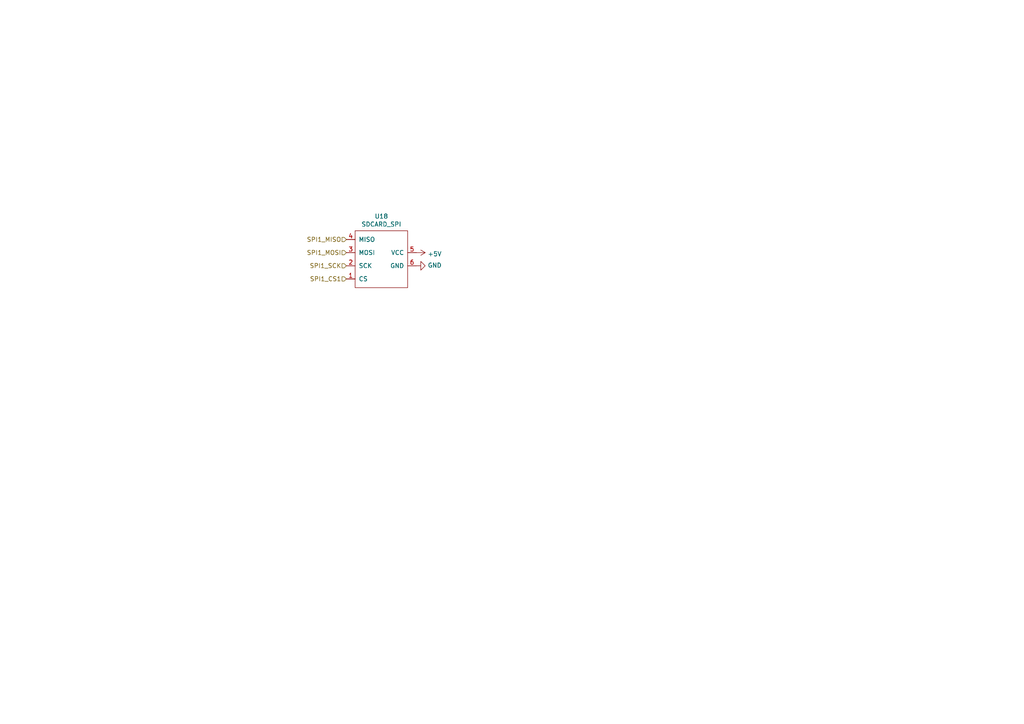
<source format=kicad_sch>
(kicad_sch (version 20231120) (generator "eeschema") (generator_version "8.0")
  (paper "A4")
  (lib_symbols
    (symbol "BC_IC_components:SDCARD_SPI" (pin_names (offset 1.016))
      (property "Reference" "U" (at 0 6.35 0))
      (property "Value" "SDCARD_SPI" (at 0 3.81 0))
      (symbol "SDCARD_SPI_0_1"
        (rectangle (start -7.62 2.54) (end 7.62 -13.97))
      )
      (symbol "SDCARD_SPI_1_1"
        (pin input line (at -10.16 -11.43 0) (length 2.54) (name "CS") (number "1"))
        (pin input line (at -10.16 -7.62 0) (length 2.54) (name "SCK") (number "2"))
        (pin input line (at -10.16 -3.81 0) (length 2.54) (name "MOSI") (number "3"))
        (pin input line (at -10.16 0 0) (length 2.54) (name "MISO") (number "4"))
        (pin input line (at 10.16 -3.81 180) (length 2.54) (name "VCC") (number "5"))
        (pin input line (at 10.16 -7.62 180) (length 2.54) (name "GND") (number "6"))
      )
    )
    (symbol "power:+5V" (power) (pin_names (offset 0))
      (property "Value" "+5V" (at 0 3.556 0))
      (symbol "+5V_0_1"
        (polyline (pts (xy -0.762 1.27) (xy 0 2.54)))
        (polyline (pts (xy 0 0) (xy 0 2.54)))
        (polyline (pts (xy 0 2.54) (xy 0.762 1.27)))
      )
      (symbol "+5V_1_1"
        (pin power_in line (at 0 0 90) (length 0) hide (name "+5V") (number "1"))
      )
    )
    (symbol "power:GND" (power) (pin_names (offset 0))
      (property "Value" "GND" (at 0 -3.81 0))
      (symbol "GND_0_1"
        (polyline (pts (xy 0 0) (xy 0 -1.27) (xy 1.27 -1.27) (xy 0 -2.54) (xy -1.27 -1.27) (xy 0 -1.27)))
      )
      (symbol "GND_1_1"
        (pin power_in line (at 0 0 270) (length 0) hide (name "GND") (number "1"))
      )
    )
  )
  (hierarchical_label "SPI1_CS1" (shape input) (at 100.457 80.899 180))
  (hierarchical_label "SPI1_MISO" (shape input) (at 100.457 69.469 180))
  (hierarchical_label "SPI1_MOSI" (shape input) (at 100.457 73.279 180))
  (hierarchical_label "SPI1_SCK" (shape input) (at 100.457 77.089 180))
  (symbol (lib_id "BC_IC_components:SDCARD_SPI") (at 110.617 69.469 0) (unit 1)
    (property "Reference" "U18" (at 110.617 62.738 0))
    (property "Value" "SDCARD_SPI" (at 110.617 65.0494 0))
    (property "Footprint" "BC_IC_components:SDCARD_SPI" (effects (hide yes)))
  )
  (symbol (lib_id "power:+5V") (at 120.777 73.279 270) (unit 1)
    (property "Reference" "#PWR016" (effects (hide yes)))
    (property "Value" "+5V" (at 124.0282 73.66 90) (effects (justify left)))
  )
  (symbol (lib_id "power:GND") (at 120.777 77.089 90) (unit 1)
    (property "Reference" "#PWR017" (effects (hide yes)))
    (property "Value" "GND" (at 124.0282 76.962 90) (effects (justify right)))
  )
)
</source>
